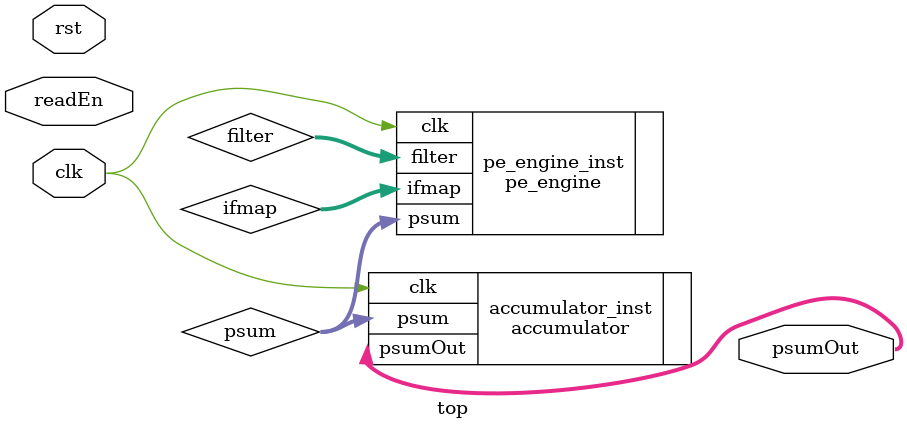
<source format=v>
module top # (
    parameter Width = 9,
    parameter Height = 4,
    parameter Size = 9,
    parameter DataWidth = 8,
    parameter PsumWidth = 16
) (
    input clk, rst, readEn,
    output [PsumWidth-1:0] psumOut
);
    wire [2*Size*DataWidth-1:0] psum;
    wire [Size*DataWidth-1:0] ifmap;
    wire [Size*DataWidth-1:0] filter;

    pe_engine #(
        .Size(Size)
    ) pe_engine_inst (
        .clk(clk),
        .ifmap(ifmap),
        .filter(filter),
        .psum(psum)
    );

    accumulator #(
        .Size(Size),
        .PsumWidth(PsumWidth)
    ) accumulator_inst (
        .clk(clk),
        .psum(psum),
        .psumOut(psumOut)
    );

 // Add routers and buffers here

endmodule
</source>
